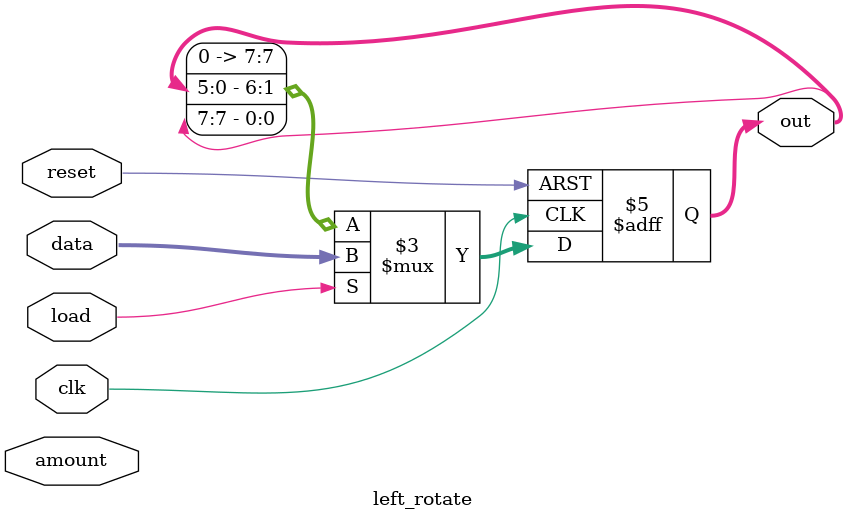
<source format=v>
module left_rotate(clk,reset,amount,data,load,out);
input clk,reset;
input [2:0] amount;
input [7:0] data;
input load;
output reg [7:0] out;
// when load is high, load data to out
// otherwise rotate the out register followed by left shift the out register by amount bits
always @(posedge clk or posedge reset)
	begin
	if (reset)
	out<=0;
	else if (load)
	out<=data;
	else begin
	// shift the out value and at the same time rotate the out value by amount
	// i.e. out={out[6:0],out[7]};
	// rotate the out value by changing the first bit of the out value to the third bit of the out value
	out<={out[5:0],out[7]};
	end
	end
endmodule

</source>
